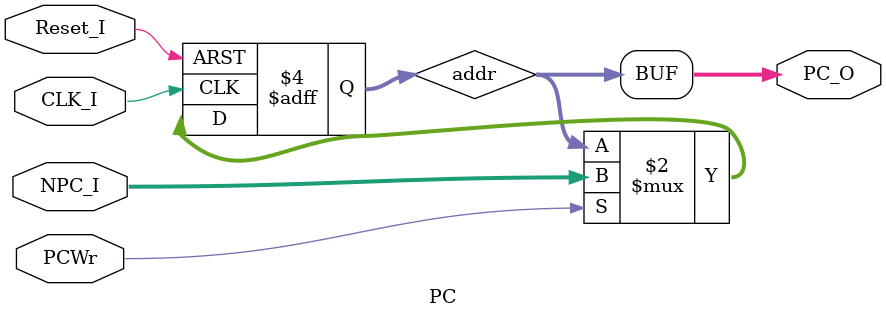
<source format=v>

module PC(CLK_I,Reset_I,PCWr,NPC_I,PC_O);
  input CLK_I;
  input Reset_I;
  input PCWr;
  input [31:2]NPC_I;
  output [31:2]PC_O;
  
  reg [31:2]addr;
  
  assign PC_O=addr;
  
  always@ (posedge CLK_I or posedge Reset_I)
  begin
    if(Reset_I)
      addr<=30'b000000000000000000110000000000;
    else
      if(PCWr)
      addr<=NPC_I;
  end
endmodule
</source>
